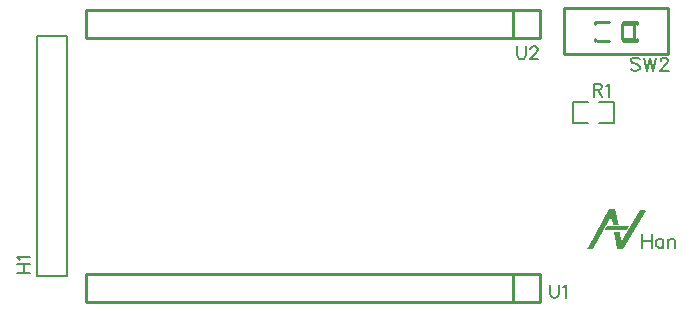
<source format=gto>
G04 Layer: TopSilkscreenLayer*
G04 EasyEDA v6.5.1, 2022-03-28 07:45:05*
G04 8a3c461addb741cca4737953a7c37c6d,45e7c3065f504378a11261742efe6332,10*
G04 Gerber Generator version 0.2*
G04 Scale: 100 percent, Rotated: No, Reflected: No *
G04 Dimensions in millimeters *
G04 leading zeros omitted , absolute positions ,4 integer and 5 decimal *
%FSLAX45Y45*%
%MOMM*%

%ADD10C,0.2540*%
%ADD25C,0.1524*%
%ADD26C,0.2032*%
%ADD27C,0.2030*%
%ADD28C,0.2030*%

%LPD*%
G36*
X5849721Y7853527D02*
G01*
X5798870Y7853476D01*
X5613958Y7530084D01*
X5604713Y7513624D01*
X5656529Y7513675D01*
X5798261Y7762240D01*
X5812840Y7787335D01*
X5814364Y7787386D01*
X5816244Y7782966D01*
X5818682Y7773162D01*
X5828690Y7723225D01*
X5863488Y7722412D01*
X5870752Y7722717D01*
X5874613Y7723479D01*
X5875782Y7724851D01*
X5874004Y7734909D01*
X5862777Y7790637D01*
G37*
G36*
X6054902Y7844434D02*
G01*
X6046978Y7831683D01*
X5924550Y7619949D01*
X5903772Y7584490D01*
X5899607Y7577734D01*
X5897778Y7588402D01*
X5888939Y7650175D01*
X5886754Y7663180D01*
X5851753Y7663027D01*
X5844387Y7662570D01*
X5840323Y7661656D01*
X5839104Y7660335D01*
X5844590Y7622489D01*
X5861100Y7514793D01*
X5911900Y7513523D01*
X6104686Y7842758D01*
X6103061Y7843418D01*
X6097879Y7843926D01*
X6090056Y7844332D01*
G37*
G36*
X5782056Y7713014D02*
G01*
X5765139Y7682687D01*
X5760821Y7674508D01*
X5944311Y7674508D01*
X5964936Y7711287D01*
X5963208Y7711643D01*
X5949594Y7712252D01*
X5924956Y7712709D01*
X5892292Y7713014D01*
G37*
D28*
X6078766Y7642334D02*
G01*
X6078766Y7527780D01*
X6155220Y7642334D02*
G01*
X6155220Y7527780D01*
X6078766Y7587724D02*
G01*
X6155220Y7587724D01*
X6256566Y7603980D02*
G01*
X6256566Y7527780D01*
X6256566Y7587724D02*
G01*
X6245644Y7598646D01*
X6234722Y7603980D01*
X6218466Y7603980D01*
X6207544Y7598646D01*
X6196622Y7587724D01*
X6191034Y7571468D01*
X6191034Y7560546D01*
X6196622Y7544036D01*
X6207544Y7533114D01*
X6218466Y7527780D01*
X6234722Y7527780D01*
X6245644Y7533114D01*
X6256566Y7544036D01*
X6292634Y7603980D02*
G01*
X6292634Y7527780D01*
X6292634Y7582390D02*
G01*
X6308890Y7598646D01*
X6319812Y7603980D01*
X6336322Y7603980D01*
X6347244Y7598646D01*
X6352578Y7582390D01*
X6352578Y7527780D01*
D25*
X6053836Y9122155D02*
G01*
X6043422Y9132570D01*
X6027927Y9137650D01*
X6007100Y9137650D01*
X5991606Y9132570D01*
X5981191Y9122155D01*
X5981191Y9111742D01*
X5986272Y9101328D01*
X5991606Y9095994D01*
X6002020Y9090913D01*
X6033261Y9080500D01*
X6043422Y9075420D01*
X6048756Y9070086D01*
X6053836Y9059671D01*
X6053836Y9044178D01*
X6043422Y9033763D01*
X6027927Y9028684D01*
X6007100Y9028684D01*
X5991606Y9033763D01*
X5981191Y9044178D01*
X6088125Y9137650D02*
G01*
X6114288Y9028684D01*
X6140195Y9137650D02*
G01*
X6114288Y9028684D01*
X6140195Y9137650D02*
G01*
X6166104Y9028684D01*
X6192011Y9137650D02*
G01*
X6166104Y9028684D01*
X6231636Y9111742D02*
G01*
X6231636Y9116821D01*
X6236715Y9127236D01*
X6242050Y9132570D01*
X6252463Y9137650D01*
X6273291Y9137650D01*
X6283452Y9132570D01*
X6288786Y9127236D01*
X6293865Y9116821D01*
X6293865Y9106408D01*
X6288786Y9095994D01*
X6278372Y9080500D01*
X6226302Y9028684D01*
X6299200Y9028684D01*
X5664200Y8916415D02*
G01*
X5664200Y8807450D01*
X5664200Y8916415D02*
G01*
X5710936Y8916415D01*
X5726429Y8911336D01*
X5731763Y8906002D01*
X5736843Y8895587D01*
X5736843Y8885174D01*
X5731763Y8874760D01*
X5726429Y8869679D01*
X5710936Y8864600D01*
X5664200Y8864600D01*
X5700522Y8864600D02*
G01*
X5736843Y8807450D01*
X5771134Y8895587D02*
G01*
X5781547Y8900921D01*
X5797295Y8916415D01*
X5797295Y8807450D01*
X5295900Y7214615D02*
G01*
X5295900Y7136637D01*
X5300979Y7121144D01*
X5311393Y7110729D01*
X5327141Y7105650D01*
X5337556Y7105650D01*
X5353050Y7110729D01*
X5363463Y7121144D01*
X5368543Y7136637D01*
X5368543Y7214615D01*
X5402834Y7193787D02*
G01*
X5413247Y7199121D01*
X5428995Y7214615D01*
X5428995Y7105650D01*
X5016500Y9233915D02*
G01*
X5016500Y9155937D01*
X5021579Y9140444D01*
X5031993Y9130029D01*
X5047741Y9124950D01*
X5058156Y9124950D01*
X5073650Y9130029D01*
X5084063Y9140444D01*
X5089143Y9155937D01*
X5089143Y9233915D01*
X5128768Y9208008D02*
G01*
X5128768Y9213087D01*
X5133847Y9223502D01*
X5139181Y9228836D01*
X5149595Y9233915D01*
X5170170Y9233915D01*
X5180584Y9228836D01*
X5185918Y9223502D01*
X5190997Y9213087D01*
X5190997Y9202674D01*
X5185918Y9192260D01*
X5175504Y9176765D01*
X5123434Y9124950D01*
X5196331Y9124950D01*
X786384Y7315200D02*
G01*
X895350Y7315200D01*
X786384Y7387844D02*
G01*
X895350Y7387844D01*
X838200Y7315200D02*
G01*
X838200Y7387844D01*
X807212Y7422134D02*
G01*
X801878Y7432547D01*
X786384Y7448295D01*
X895350Y7448295D01*
D10*
X5796038Y9439899D02*
G01*
X5679711Y9439899D01*
X6029713Y9439899D02*
G01*
X5913386Y9439899D01*
X5796038Y9279900D02*
G01*
X5689612Y9279900D01*
X6029713Y9279900D02*
G01*
X5913386Y9279900D01*
X5679711Y9424870D02*
G01*
X5679711Y9439899D01*
X5679711Y9279900D02*
G01*
X5679711Y9294929D01*
X6029713Y9439899D02*
G01*
X6029713Y9424870D01*
X6029713Y9279900D02*
G01*
X6029713Y9294929D01*
X6294711Y9554898D02*
G01*
X5414784Y9554898D01*
X5414784Y9164828D02*
G01*
X5414784Y9458197D01*
X5414784Y9458197D01*
X5414784Y9554971D01*
X6294711Y9164899D02*
G01*
X6294711Y9554898D01*
X6294711Y9164899D02*
G01*
X5414713Y9164899D01*
X6007112Y9296400D02*
G01*
X5905512Y9296400D01*
X5905512Y9423400D01*
X6007112Y9423400D01*
X6007112Y9296400D01*
D25*
X5711819Y8582390D02*
G01*
X5840313Y8582390D01*
X5840313Y8765809D01*
X5711819Y8765809D01*
X5616580Y8582390D02*
G01*
X5488086Y8582390D01*
X5488086Y8765809D01*
X5616580Y8765809D01*
D10*
X4985499Y7068200D02*
G01*
X4985499Y7308199D01*
X5214299Y7068200D02*
G01*
X5214299Y7308199D01*
X5214299Y7308199D02*
G01*
X1364300Y7308199D01*
X5214299Y7068200D02*
G01*
X1364300Y7068200D01*
X1364300Y7308199D02*
G01*
X1364300Y7068200D01*
X4985499Y9303397D02*
G01*
X4985499Y9543397D01*
X5214299Y9303397D02*
G01*
X5214299Y9543397D01*
X5214299Y9543397D02*
G01*
X1364300Y9543397D01*
X5214299Y9303397D02*
G01*
X1364300Y9303397D01*
X1364300Y9543397D02*
G01*
X1364300Y9303397D01*
D26*
X1206500Y7289800D02*
G01*
X952500Y7289800D01*
X952500Y9321800D01*
X1206500Y9321800D01*
X1206500Y9131300D01*
D27*
X1206500Y7289800D02*
G01*
X1206500Y9131300D01*
M02*

</source>
